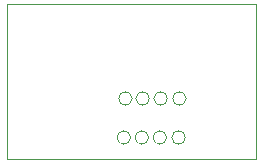
<source format=gbr>
%TF.GenerationSoftware,KiCad,Pcbnew,7.0.6-7.0.6~ubuntu22.04.1*%
%TF.CreationDate,2023-08-07T17:02:43+02:00*%
%TF.ProjectId,SHT45,53485434-352e-46b6-9963-61645f706362,rev?*%
%TF.SameCoordinates,Original*%
%TF.FileFunction,Profile,NP*%
%FSLAX46Y46*%
G04 Gerber Fmt 4.6, Leading zero omitted, Abs format (unit mm)*
G04 Created by KiCad (PCBNEW 7.0.6-7.0.6~ubuntu22.04.1) date 2023-08-07 17:02:43*
%MOMM*%
%LPD*%
G01*
G04 APERTURE LIST*
%TA.AperFunction,Profile*%
%ADD10C,0.100000*%
%TD*%
G04 APERTURE END LIST*
D10*
X136517922Y-93218000D02*
G75*
G03*
X136517922Y-93218000I-567961J0D01*
G01*
X136584961Y-89916000D02*
G75*
G03*
X136584961Y-89916000I-567961J0D01*
G01*
X134933961Y-93218000D02*
G75*
G03*
X134933961Y-93218000I-567961J0D01*
G01*
X133409961Y-93218000D02*
G75*
G03*
X133409961Y-93218000I-567961J0D01*
G01*
X131885961Y-93218000D02*
G75*
G03*
X131885961Y-93218000I-567961J0D01*
G01*
X135001000Y-89916000D02*
G75*
G03*
X135001000Y-89916000I-567961J0D01*
G01*
X133477000Y-89916000D02*
G75*
G03*
X133477000Y-89916000I-567961J0D01*
G01*
X132012961Y-89916000D02*
G75*
G03*
X132012961Y-89916000I-567961J0D01*
G01*
X121412000Y-81915000D02*
X142494000Y-81915000D01*
X142494000Y-94996000D01*
X121412000Y-94996000D01*
X121412000Y-81915000D01*
M02*

</source>
